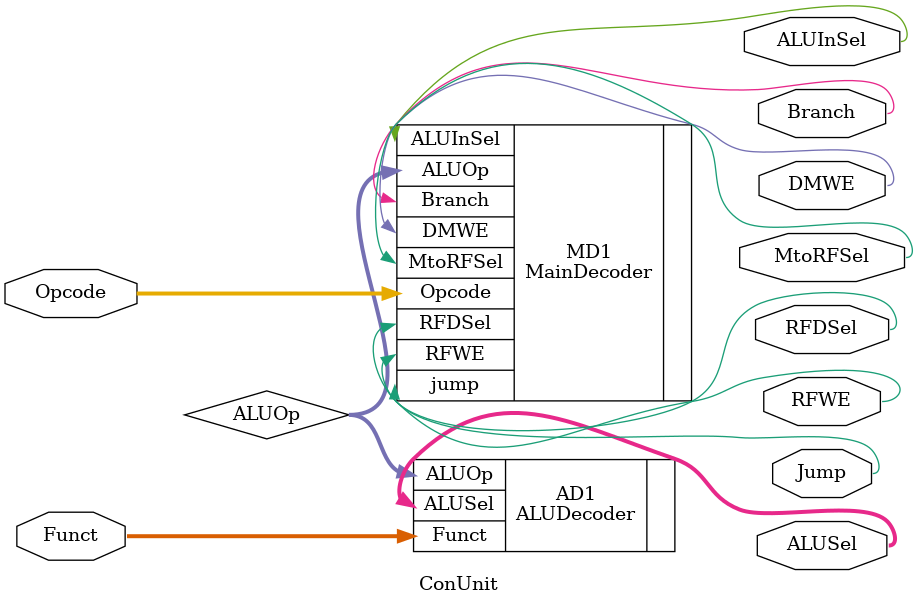
<source format=v>
`timescale 1ns / 1ps

module ConUnit(
    input [5:0] Opcode,
    input [5:0] Funct,
    output [2:0] ALUSel,
    output MtoRFSel, DMWE, Branch,
    output ALUInSel, RFDSel, RFWE, Jump
    );
wire [1:0] ALUOp;   
 
//instantiating sub modules
MainDecoder MD1 (
                .Opcode(Opcode),
                .MtoRFSel(MtoRFSel),
                .DMWE(DMWE),
                .Branch(Branch),
                .ALUInSel(ALUInSel),
                .RFDSel(RFDSel),
                .RFWE(RFWE),
                .jump(Jump),
                .ALUOp(ALUOp)
                );
                
ALUDecoder AD1  (
                .Funct(Funct),
                .ALUOp(ALUOp),
                .ALUSel(ALUSel)
                );                    
endmodule
</source>
